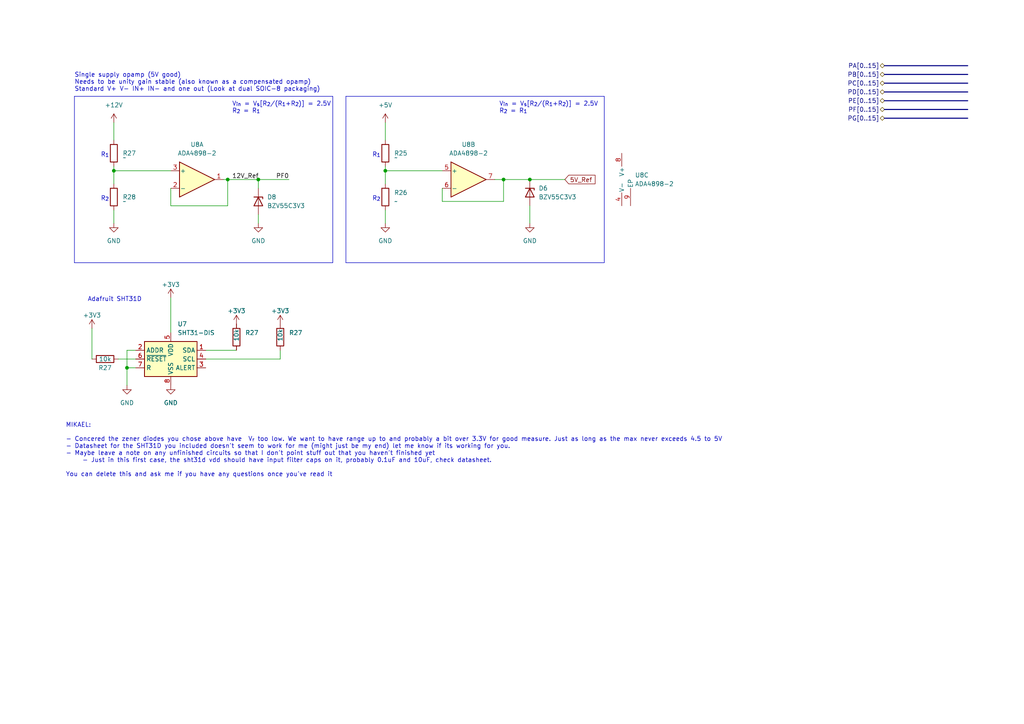
<source format=kicad_sch>
(kicad_sch (version 20230121) (generator eeschema)

  (uuid 3b5281e9-1ad6-4464-9de4-28a9909a1a46)

  (paper "A4")

  (lib_symbols
    (symbol "Amplifier_Operational:ADA4898-2" (pin_names (offset 0.127)) (in_bom yes) (on_board yes)
      (property "Reference" "U" (at 0 5.08 0)
        (effects (font (size 1.27 1.27)) (justify left))
      )
      (property "Value" "ADA4898-2" (at 0 -5.08 0)
        (effects (font (size 1.27 1.27)) (justify left))
      )
      (property "Footprint" "Package_SO:SOIC-8-1EP_3.9x4.9mm_P1.27mm_EP2.41x3.81mm" (at -1.27 -7.62 0)
        (effects (font (size 1.27 1.27)) hide)
      )
      (property "Datasheet" "https://www.analog.com/media/en/technical-documentation/data-sheets/ada4898-1_4898-2.pdf" (at 0 0 0)
        (effects (font (size 1.27 1.27)) hide)
      )
      (property "ki_locked" "" (at 0 0 0)
        (effects (font (size 1.27 1.27)))
      )
      (property "ki_keywords" "opamp dual low noise low distortion" (at 0 0 0)
        (effects (font (size 1.27 1.27)) hide)
      )
      (property "ki_description" "Dual High Voltage, Low Noise, Low Distortion, Unity-Gain Stable, High Speed Op Amp, SOIC-8-1EP" (at 0 0 0)
        (effects (font (size 1.27 1.27)) hide)
      )
      (property "ki_fp_filters" "SOIC*1EP*3.9x4.9mm*P1.27mm*" (at 0 0 0)
        (effects (font (size 1.27 1.27)) hide)
      )
      (symbol "ADA4898-2_1_1"
        (polyline
          (pts
            (xy -5.08 5.08)
            (xy 5.08 0)
            (xy -5.08 -5.08)
            (xy -5.08 5.08)
          )
          (stroke (width 0.254) (type default))
          (fill (type background))
        )
        (pin output line (at 7.62 0 180) (length 2.54)
          (name "~" (effects (font (size 1.27 1.27))))
          (number "1" (effects (font (size 1.27 1.27))))
        )
        (pin input line (at -7.62 -2.54 0) (length 2.54)
          (name "-" (effects (font (size 1.27 1.27))))
          (number "2" (effects (font (size 1.27 1.27))))
        )
        (pin input line (at -7.62 2.54 0) (length 2.54)
          (name "+" (effects (font (size 1.27 1.27))))
          (number "3" (effects (font (size 1.27 1.27))))
        )
      )
      (symbol "ADA4898-2_2_1"
        (polyline
          (pts
            (xy -5.08 5.08)
            (xy 5.08 0)
            (xy -5.08 -5.08)
            (xy -5.08 5.08)
          )
          (stroke (width 0.254) (type default))
          (fill (type background))
        )
        (pin input line (at -7.62 2.54 0) (length 2.54)
          (name "+" (effects (font (size 1.27 1.27))))
          (number "5" (effects (font (size 1.27 1.27))))
        )
        (pin input line (at -7.62 -2.54 0) (length 2.54)
          (name "-" (effects (font (size 1.27 1.27))))
          (number "6" (effects (font (size 1.27 1.27))))
        )
        (pin output line (at 7.62 0 180) (length 2.54)
          (name "~" (effects (font (size 1.27 1.27))))
          (number "7" (effects (font (size 1.27 1.27))))
        )
      )
      (symbol "ADA4898-2_3_1"
        (pin power_in line (at -2.54 -7.62 90) (length 3.81)
          (name "V-" (effects (font (size 1.27 1.27))))
          (number "4" (effects (font (size 1.27 1.27))))
        )
        (pin power_in line (at -2.54 7.62 270) (length 3.81)
          (name "V+" (effects (font (size 1.27 1.27))))
          (number "8" (effects (font (size 1.27 1.27))))
        )
        (pin passive line (at 0 -7.62 90) (length 5.08)
          (name "EP" (effects (font (size 1.27 1.27))))
          (number "9" (effects (font (size 1.27 1.27))))
        )
      )
    )
    (symbol "Device:R" (pin_numbers hide) (pin_names (offset 0)) (in_bom yes) (on_board yes)
      (property "Reference" "R" (at 2.032 0 90)
        (effects (font (size 1.27 1.27)))
      )
      (property "Value" "R" (at 0 0 90)
        (effects (font (size 1.27 1.27)))
      )
      (property "Footprint" "" (at -1.778 0 90)
        (effects (font (size 1.27 1.27)) hide)
      )
      (property "Datasheet" "~" (at 0 0 0)
        (effects (font (size 1.27 1.27)) hide)
      )
      (property "ki_keywords" "R res resistor" (at 0 0 0)
        (effects (font (size 1.27 1.27)) hide)
      )
      (property "ki_description" "Resistor" (at 0 0 0)
        (effects (font (size 1.27 1.27)) hide)
      )
      (property "ki_fp_filters" "R_*" (at 0 0 0)
        (effects (font (size 1.27 1.27)) hide)
      )
      (symbol "R_0_1"
        (rectangle (start -1.016 -2.54) (end 1.016 2.54)
          (stroke (width 0.254) (type default))
          (fill (type none))
        )
      )
      (symbol "R_1_1"
        (pin passive line (at 0 3.81 270) (length 1.27)
          (name "~" (effects (font (size 1.27 1.27))))
          (number "1" (effects (font (size 1.27 1.27))))
        )
        (pin passive line (at 0 -3.81 90) (length 1.27)
          (name "~" (effects (font (size 1.27 1.27))))
          (number "2" (effects (font (size 1.27 1.27))))
        )
      )
    )
    (symbol "Diode:BZV55C3V3" (pin_numbers hide) (pin_names hide) (in_bom yes) (on_board yes)
      (property "Reference" "D" (at 0 2.54 0)
        (effects (font (size 1.27 1.27)))
      )
      (property "Value" "BZV55C3V3" (at 0 -2.54 0)
        (effects (font (size 1.27 1.27)))
      )
      (property "Footprint" "Diode_SMD:D_MiniMELF" (at 0 -4.445 0)
        (effects (font (size 1.27 1.27)) hide)
      )
      (property "Datasheet" "https://assets.nexperia.com/documents/data-sheet/BZV55_SER.pdf" (at 0 0 0)
        (effects (font (size 1.27 1.27)) hide)
      )
      (property "ki_keywords" "zener diode" (at 0 0 0)
        (effects (font (size 1.27 1.27)) hide)
      )
      (property "ki_description" "3.3V, 500mW, 5%, Zener diode, MiniMELF" (at 0 0 0)
        (effects (font (size 1.27 1.27)) hide)
      )
      (property "ki_fp_filters" "D*MiniMELF*" (at 0 0 0)
        (effects (font (size 1.27 1.27)) hide)
      )
      (symbol "BZV55C3V3_0_1"
        (polyline
          (pts
            (xy 1.27 0)
            (xy -1.27 0)
          )
          (stroke (width 0) (type default))
          (fill (type none))
        )
        (polyline
          (pts
            (xy -1.27 -1.27)
            (xy -1.27 1.27)
            (xy -0.762 1.27)
          )
          (stroke (width 0.254) (type default))
          (fill (type none))
        )
        (polyline
          (pts
            (xy 1.27 -1.27)
            (xy 1.27 1.27)
            (xy -1.27 0)
            (xy 1.27 -1.27)
          )
          (stroke (width 0.254) (type default))
          (fill (type none))
        )
      )
      (symbol "BZV55C3V3_1_1"
        (pin passive line (at -3.81 0 0) (length 2.54)
          (name "K" (effects (font (size 1.27 1.27))))
          (number "1" (effects (font (size 1.27 1.27))))
        )
        (pin passive line (at 3.81 0 180) (length 2.54)
          (name "A" (effects (font (size 1.27 1.27))))
          (number "2" (effects (font (size 1.27 1.27))))
        )
      )
    )
    (symbol "Sensor_Humidity:SHT31-DIS" (in_bom yes) (on_board yes)
      (property "Reference" "U" (at -6.35 6.35 0)
        (effects (font (size 1.27 1.27)))
      )
      (property "Value" "SHT31-DIS" (at 6.35 6.35 0)
        (effects (font (size 1.27 1.27)))
      )
      (property "Footprint" "Sensor_Humidity:Sensirion_DFN-8-1EP_2.5x2.5mm_P0.5mm_EP1.1x1.7mm" (at 0 1.27 0)
        (effects (font (size 1.27 1.27)) hide)
      )
      (property "Datasheet" "https://www.sensirion.com/fileadmin/user_upload/customers/sensirion/Dokumente/2_Humidity_Sensors/Datasheets/Sensirion_Humidity_Sensors_SHT3x_Datasheet_digital.pdf" (at 0 1.27 0)
        (effects (font (size 1.27 1.27)) hide)
      )
      (property "ki_keywords" "digital temperature humidity i2c" (at 0 0 0)
        (effects (font (size 1.27 1.27)) hide)
      )
      (property "ki_description" "I²C humidity and temperature sensor, ±2%RH, ±0.2°C, DFN-8" (at 0 0 0)
        (effects (font (size 1.27 1.27)) hide)
      )
      (property "ki_fp_filters" "Sensirion*DFN*1EP*2.5x2.5mm*P0.5mm*" (at 0 0 0)
        (effects (font (size 1.27 1.27)) hide)
      )
      (symbol "SHT31-DIS_0_1"
        (rectangle (start -7.62 5.08) (end 7.62 -5.08)
          (stroke (width 0.254) (type default))
          (fill (type background))
        )
      )
      (symbol "SHT31-DIS_1_1"
        (pin bidirectional line (at 10.16 2.54 180) (length 2.54)
          (name "SDA" (effects (font (size 1.27 1.27))))
          (number "1" (effects (font (size 1.27 1.27))))
        )
        (pin input line (at -10.16 2.54 0) (length 2.54)
          (name "ADDR" (effects (font (size 1.27 1.27))))
          (number "2" (effects (font (size 1.27 1.27))))
        )
        (pin output line (at 10.16 -2.54 180) (length 2.54)
          (name "ALERT" (effects (font (size 1.27 1.27))))
          (number "3" (effects (font (size 1.27 1.27))))
        )
        (pin input line (at 10.16 0 180) (length 2.54)
          (name "SCL" (effects (font (size 1.27 1.27))))
          (number "4" (effects (font (size 1.27 1.27))))
        )
        (pin power_in line (at 0 7.62 270) (length 2.54)
          (name "VDD" (effects (font (size 1.27 1.27))))
          (number "5" (effects (font (size 1.27 1.27))))
        )
        (pin input line (at -10.16 0 0) (length 2.54)
          (name "~{RESET}" (effects (font (size 1.27 1.27))))
          (number "6" (effects (font (size 1.27 1.27))))
        )
        (pin passive line (at -10.16 -2.54 0) (length 2.54)
          (name "R" (effects (font (size 1.27 1.27))))
          (number "7" (effects (font (size 1.27 1.27))))
        )
        (pin power_in line (at 0 -7.62 90) (length 2.54)
          (name "VSS" (effects (font (size 1.27 1.27))))
          (number "8" (effects (font (size 1.27 1.27))))
        )
        (pin passive line (at 0 -7.62 90) (length 2.54) hide
          (name "VSS" (effects (font (size 1.27 1.27))))
          (number "9" (effects (font (size 1.27 1.27))))
        )
      )
    )
    (symbol "power:+12V" (power) (pin_names (offset 0)) (in_bom yes) (on_board yes)
      (property "Reference" "#PWR" (at 0 -3.81 0)
        (effects (font (size 1.27 1.27)) hide)
      )
      (property "Value" "+12V" (at 0 3.556 0)
        (effects (font (size 1.27 1.27)))
      )
      (property "Footprint" "" (at 0 0 0)
        (effects (font (size 1.27 1.27)) hide)
      )
      (property "Datasheet" "" (at 0 0 0)
        (effects (font (size 1.27 1.27)) hide)
      )
      (property "ki_keywords" "global power" (at 0 0 0)
        (effects (font (size 1.27 1.27)) hide)
      )
      (property "ki_description" "Power symbol creates a global label with name \"+12V\"" (at 0 0 0)
        (effects (font (size 1.27 1.27)) hide)
      )
      (symbol "+12V_0_1"
        (polyline
          (pts
            (xy -0.762 1.27)
            (xy 0 2.54)
          )
          (stroke (width 0) (type default))
          (fill (type none))
        )
        (polyline
          (pts
            (xy 0 0)
            (xy 0 2.54)
          )
          (stroke (width 0) (type default))
          (fill (type none))
        )
        (polyline
          (pts
            (xy 0 2.54)
            (xy 0.762 1.27)
          )
          (stroke (width 0) (type default))
          (fill (type none))
        )
      )
      (symbol "+12V_1_1"
        (pin power_in line (at 0 0 90) (length 0) hide
          (name "+12V" (effects (font (size 1.27 1.27))))
          (number "1" (effects (font (size 1.27 1.27))))
        )
      )
    )
    (symbol "power:+3V3" (power) (pin_names (offset 0)) (in_bom yes) (on_board yes)
      (property "Reference" "#PWR" (at 0 -3.81 0)
        (effects (font (size 1.27 1.27)) hide)
      )
      (property "Value" "+3V3" (at 0 3.556 0)
        (effects (font (size 1.27 1.27)))
      )
      (property "Footprint" "" (at 0 0 0)
        (effects (font (size 1.27 1.27)) hide)
      )
      (property "Datasheet" "" (at 0 0 0)
        (effects (font (size 1.27 1.27)) hide)
      )
      (property "ki_keywords" "global power" (at 0 0 0)
        (effects (font (size 1.27 1.27)) hide)
      )
      (property "ki_description" "Power symbol creates a global label with name \"+3V3\"" (at 0 0 0)
        (effects (font (size 1.27 1.27)) hide)
      )
      (symbol "+3V3_0_1"
        (polyline
          (pts
            (xy -0.762 1.27)
            (xy 0 2.54)
          )
          (stroke (width 0) (type default))
          (fill (type none))
        )
        (polyline
          (pts
            (xy 0 0)
            (xy 0 2.54)
          )
          (stroke (width 0) (type default))
          (fill (type none))
        )
        (polyline
          (pts
            (xy 0 2.54)
            (xy 0.762 1.27)
          )
          (stroke (width 0) (type default))
          (fill (type none))
        )
      )
      (symbol "+3V3_1_1"
        (pin power_in line (at 0 0 90) (length 0) hide
          (name "+3V3" (effects (font (size 1.27 1.27))))
          (number "1" (effects (font (size 1.27 1.27))))
        )
      )
    )
    (symbol "power:+5V" (power) (pin_names (offset 0)) (in_bom yes) (on_board yes)
      (property "Reference" "#PWR" (at 0 -3.81 0)
        (effects (font (size 1.27 1.27)) hide)
      )
      (property "Value" "+5V" (at 0 3.556 0)
        (effects (font (size 1.27 1.27)))
      )
      (property "Footprint" "" (at 0 0 0)
        (effects (font (size 1.27 1.27)) hide)
      )
      (property "Datasheet" "" (at 0 0 0)
        (effects (font (size 1.27 1.27)) hide)
      )
      (property "ki_keywords" "global power" (at 0 0 0)
        (effects (font (size 1.27 1.27)) hide)
      )
      (property "ki_description" "Power symbol creates a global label with name \"+5V\"" (at 0 0 0)
        (effects (font (size 1.27 1.27)) hide)
      )
      (symbol "+5V_0_1"
        (polyline
          (pts
            (xy -0.762 1.27)
            (xy 0 2.54)
          )
          (stroke (width 0) (type default))
          (fill (type none))
        )
        (polyline
          (pts
            (xy 0 0)
            (xy 0 2.54)
          )
          (stroke (width 0) (type default))
          (fill (type none))
        )
        (polyline
          (pts
            (xy 0 2.54)
            (xy 0.762 1.27)
          )
          (stroke (width 0) (type default))
          (fill (type none))
        )
      )
      (symbol "+5V_1_1"
        (pin power_in line (at 0 0 90) (length 0) hide
          (name "+5V" (effects (font (size 1.27 1.27))))
          (number "1" (effects (font (size 1.27 1.27))))
        )
      )
    )
    (symbol "power:GND" (power) (pin_names (offset 0)) (in_bom yes) (on_board yes)
      (property "Reference" "#PWR" (at 0 -6.35 0)
        (effects (font (size 1.27 1.27)) hide)
      )
      (property "Value" "GND" (at 0 -3.81 0)
        (effects (font (size 1.27 1.27)))
      )
      (property "Footprint" "" (at 0 0 0)
        (effects (font (size 1.27 1.27)) hide)
      )
      (property "Datasheet" "" (at 0 0 0)
        (effects (font (size 1.27 1.27)) hide)
      )
      (property "ki_keywords" "global power" (at 0 0 0)
        (effects (font (size 1.27 1.27)) hide)
      )
      (property "ki_description" "Power symbol creates a global label with name \"GND\" , ground" (at 0 0 0)
        (effects (font (size 1.27 1.27)) hide)
      )
      (symbol "GND_0_1"
        (polyline
          (pts
            (xy 0 0)
            (xy 0 -1.27)
            (xy 1.27 -1.27)
            (xy 0 -2.54)
            (xy -1.27 -1.27)
            (xy 0 -1.27)
          )
          (stroke (width 0) (type default))
          (fill (type none))
        )
      )
      (symbol "GND_1_1"
        (pin power_in line (at 0 0 270) (length 0) hide
          (name "GND" (effects (font (size 1.27 1.27))))
          (number "1" (effects (font (size 1.27 1.27))))
        )
      )
    )
  )

  (junction (at 74.93 52.07) (diameter 0) (color 0 0 0 0)
    (uuid 0436ed35-789f-43dd-b021-2038c440b1aa)
  )
  (junction (at 146.05 52.07) (diameter 0) (color 0 0 0 0)
    (uuid 19f78f17-e764-4e18-9177-fd5b1daa4c11)
  )
  (junction (at 111.76 49.53) (diameter 0) (color 0 0 0 0)
    (uuid 19f98009-8c41-40de-b8d9-7f71dc91f2a4)
  )
  (junction (at 153.67 52.07) (diameter 0) (color 0 0 0 0)
    (uuid 83ad801a-1b6b-44f3-85fe-5e80cc825d3c)
  )
  (junction (at 33.02 49.53) (diameter 0) (color 0 0 0 0)
    (uuid c61fca75-4870-41ab-b94b-6d959e3aaa13)
  )
  (junction (at 66.04 52.07) (diameter 0) (color 0 0 0 0)
    (uuid cf7b4fc4-e16c-49e6-a18d-edb42e893abf)
  )
  (junction (at 36.83 106.68) (diameter 0) (color 0 0 0 0)
    (uuid dd0b71c3-c927-4729-9982-98b1fa2fe020)
  )

  (polyline (pts (xy 100.33 27.94) (xy 175.26 27.94))
    (stroke (width 0) (type default))
    (uuid 0425d25e-c81b-49f2-ac8a-760cc1da563d)
  )

  (wire (pts (xy 143.51 52.07) (xy 146.05 52.07))
    (stroke (width 0) (type default))
    (uuid 08e1c859-2969-436d-a3fb-8311d6fa64bc)
  )
  (wire (pts (xy 26.67 95.25) (xy 26.67 104.14))
    (stroke (width 0) (type default))
    (uuid 0f8287df-feb2-42e3-86f6-e1bb398fd9fa)
  )
  (bus (pts (xy 256.54 26.67) (xy 280.67 26.67))
    (stroke (width 0) (type default))
    (uuid 11a69f4d-6243-4663-b473-b29ba9156d86)
  )

  (wire (pts (xy 49.53 86.36) (xy 49.53 96.52))
    (stroke (width 0) (type default))
    (uuid 137cc2fb-4fdc-4326-adce-41d4a10cc343)
  )
  (wire (pts (xy 36.83 106.68) (xy 39.37 106.68))
    (stroke (width 0) (type default))
    (uuid 13d084f8-440e-4b20-8325-23fd79a19816)
  )
  (wire (pts (xy 111.76 35.56) (xy 111.76 40.64))
    (stroke (width 0) (type default))
    (uuid 1827da96-eaff-4034-b749-6ad090ad3cd3)
  )
  (bus (pts (xy 256.54 21.59) (xy 280.67 21.59))
    (stroke (width 0) (type default))
    (uuid 202cd116-574a-49ba-9bf3-4bb9db7d348a)
  )

  (wire (pts (xy 153.67 59.69) (xy 153.67 64.77))
    (stroke (width 0) (type default))
    (uuid 21272573-284a-4158-aa3c-db73af8b93c1)
  )
  (wire (pts (xy 59.69 104.14) (xy 81.28 104.14))
    (stroke (width 0) (type default))
    (uuid 24e781bc-d4ca-4e8d-881b-3fe7a569a456)
  )
  (wire (pts (xy 81.28 104.14) (xy 81.28 101.6))
    (stroke (width 0) (type default))
    (uuid 258784f4-d2ef-4c49-b0b3-3a9e6ef19e76)
  )
  (bus (pts (xy 256.54 24.13) (xy 280.67 24.13))
    (stroke (width 0) (type default))
    (uuid 2e5807db-5e7f-4fee-9b6b-59e9b7bd19e3)
  )

  (wire (pts (xy 74.93 54.61) (xy 74.93 52.07))
    (stroke (width 0) (type default))
    (uuid 30ffcfd2-2090-4d2e-bcfe-61061e9c7907)
  )
  (wire (pts (xy 66.04 59.69) (xy 66.04 52.07))
    (stroke (width 0) (type default))
    (uuid 3978314d-b772-4006-ad7e-3b6e4210a147)
  )
  (polyline (pts (xy 21.59 27.94) (xy 96.52 27.94))
    (stroke (width 0) (type default))
    (uuid 413d8a54-03bf-44e9-a555-828f03bb187e)
  )

  (wire (pts (xy 128.27 58.42) (xy 146.05 58.42))
    (stroke (width 0) (type default))
    (uuid 496327b1-ffb5-4b3e-84a1-14f4397c0e1e)
  )
  (wire (pts (xy 33.02 60.96) (xy 33.02 64.77))
    (stroke (width 0) (type default))
    (uuid 4c8ac664-c325-47da-b97d-8237939dcc27)
  )
  (wire (pts (xy 111.76 48.26) (xy 111.76 49.53))
    (stroke (width 0) (type default))
    (uuid 501df63a-d77c-4317-a451-2dd159e281c4)
  )
  (wire (pts (xy 49.53 59.69) (xy 66.04 59.69))
    (stroke (width 0) (type default))
    (uuid 51eac082-64a1-4ad6-bd79-5e22600d5b7f)
  )
  (wire (pts (xy 33.02 49.53) (xy 49.53 49.53))
    (stroke (width 0) (type default))
    (uuid 52744dbf-7bc1-4bf8-82d2-6d5d136ae60f)
  )
  (wire (pts (xy 146.05 52.07) (xy 153.67 52.07))
    (stroke (width 0) (type default))
    (uuid 5cc89201-7989-4076-89d4-634aee2d3919)
  )
  (wire (pts (xy 66.04 52.07) (xy 74.93 52.07))
    (stroke (width 0) (type default))
    (uuid 5ceced56-f1cc-497c-b8cb-681f4941b59a)
  )
  (polyline (pts (xy 175.26 76.2) (xy 175.26 27.94))
    (stroke (width 0) (type default))
    (uuid 68db905f-a878-4fd1-93cf-76b8f809e7bb)
  )

  (wire (pts (xy 128.27 54.61) (xy 128.27 58.42))
    (stroke (width 0) (type default))
    (uuid 69695a4d-9a62-4d35-b619-698a89522b90)
  )
  (bus (pts (xy 256.54 29.21) (xy 280.67 29.21))
    (stroke (width 0) (type default))
    (uuid 73edf8e2-0b74-48bb-afd3-12e18f68827b)
  )

  (wire (pts (xy 111.76 49.53) (xy 128.27 49.53))
    (stroke (width 0) (type default))
    (uuid 7a3162c5-2596-4379-9c96-7aebd46a0796)
  )
  (wire (pts (xy 34.29 104.14) (xy 39.37 104.14))
    (stroke (width 0) (type default))
    (uuid 851a7f04-c334-4fd0-af56-07307bf078ba)
  )
  (polyline (pts (xy 96.52 76.2) (xy 96.52 27.94))
    (stroke (width 0) (type default))
    (uuid 8ad2781b-6bce-47bf-a090-d7476389c2b6)
  )

  (bus (pts (xy 256.54 31.75) (xy 280.67 31.75))
    (stroke (width 0) (type default))
    (uuid 967eb2d2-afb8-4172-b448-a5111121c387)
  )
  (bus (pts (xy 256.54 19.05) (xy 280.67 19.05))
    (stroke (width 0) (type default))
    (uuid 9816f13b-a834-4bd7-9210-996508a3548e)
  )

  (wire (pts (xy 36.83 101.6) (xy 36.83 106.68))
    (stroke (width 0) (type default))
    (uuid a4af0d42-e3d8-4f0c-aff7-33d9c35521b3)
  )
  (wire (pts (xy 111.76 60.96) (xy 111.76 64.77))
    (stroke (width 0) (type default))
    (uuid a5d0ed5e-c819-48a3-a5e8-210ff3117e58)
  )
  (wire (pts (xy 49.53 54.61) (xy 49.53 59.69))
    (stroke (width 0) (type default))
    (uuid ade9a022-75ba-4df2-80bf-531ea5974088)
  )
  (wire (pts (xy 33.02 48.26) (xy 33.02 49.53))
    (stroke (width 0) (type default))
    (uuid b0c0842b-9ec6-423d-b574-7e68f1137fd5)
  )
  (wire (pts (xy 59.69 101.6) (xy 68.58 101.6))
    (stroke (width 0) (type default))
    (uuid b271db76-47ec-4858-8526-e5a96a4ea6f0)
  )
  (polyline (pts (xy 100.33 76.2) (xy 175.26 76.2))
    (stroke (width 0) (type default))
    (uuid b40bea11-6c2d-4c12-a9f8-a419e68bbe3a)
  )
  (polyline (pts (xy 21.59 76.2) (xy 96.52 76.2))
    (stroke (width 0) (type default))
    (uuid b4218fd4-1160-45e9-b94d-739ac987454f)
  )

  (wire (pts (xy 146.05 58.42) (xy 146.05 52.07))
    (stroke (width 0) (type default))
    (uuid bd0ce565-6423-4e4c-8c22-0921b968c2a7)
  )
  (polyline (pts (xy 100.33 27.94) (xy 100.33 76.2))
    (stroke (width 0) (type default))
    (uuid bf6e4b4c-27a4-4188-b79e-2ec12cd60de0)
  )

  (wire (pts (xy 33.02 35.56) (xy 33.02 40.64))
    (stroke (width 0) (type default))
    (uuid c0dae549-ab60-4ce8-97b5-1c0a6b187601)
  )
  (wire (pts (xy 153.67 52.07) (xy 163.83 52.07))
    (stroke (width 0) (type default))
    (uuid ce362a16-a67d-4375-a1fc-622b419b6a6b)
  )
  (bus (pts (xy 256.54 34.29) (xy 280.67 34.29))
    (stroke (width 0) (type default))
    (uuid cf08e352-e004-4586-9b42-508593e190e6)
  )

  (wire (pts (xy 111.76 49.53) (xy 111.76 53.34))
    (stroke (width 0) (type default))
    (uuid d2380e6c-6301-478a-ab2b-fdc6f33fa5ae)
  )
  (wire (pts (xy 36.83 111.76) (xy 36.83 106.68))
    (stroke (width 0) (type default))
    (uuid d986613b-78d0-497d-9311-bf78f2e83dc9)
  )
  (wire (pts (xy 74.93 62.23) (xy 74.93 64.77))
    (stroke (width 0) (type default))
    (uuid dab87248-edf6-4eac-b937-7b3ea30089ba)
  )
  (polyline (pts (xy 21.59 27.94) (xy 21.59 76.2))
    (stroke (width 0) (type default))
    (uuid e5573ebf-5291-4812-8be3-6097cacddb46)
  )

  (wire (pts (xy 74.93 52.07) (xy 83.82 52.07))
    (stroke (width 0) (type default))
    (uuid ea7dc4aa-c0b5-44c8-a424-33f278b1caaf)
  )
  (wire (pts (xy 33.02 49.53) (xy 33.02 53.34))
    (stroke (width 0) (type default))
    (uuid f34598b3-873d-41c6-b46f-9f18b3c2b188)
  )
  (wire (pts (xy 64.77 52.07) (xy 66.04 52.07))
    (stroke (width 0) (type default))
    (uuid f60d2aca-9229-4acf-9eb2-03b35a09c001)
  )
  (wire (pts (xy 39.37 101.6) (xy 36.83 101.6))
    (stroke (width 0) (type default))
    (uuid fad49391-7f13-4825-92bf-c9fe0d501689)
  )

  (text "V_{in} = V_{s}[R_{2}/(R_{1}+R_{2})] = 2.5V\nR_{2} = R_{1}"
    (at 67.31 33.02 0)
    (effects (font (size 1.27 1.27)) (justify left bottom))
    (uuid 0adc9fd6-8393-411b-84b9-1aa675470b07)
  )
  (text "R_{1}" (at 29.21 45.72 0)
    (effects (font (size 1.27 1.27)) (justify left bottom))
    (uuid 0f7e2fd1-9787-45c7-80ae-9d9c008198aa)
  )
  (text "Adafruit SHT31D" (at 25.4 87.63 0)
    (effects (font (size 1.27 1.27)) (justify left bottom))
    (uuid 13cbe462-f1f1-4e10-bd5d-2c3354bd2efb)
  )
  (text "R_{1}" (at 107.95 45.72 0)
    (effects (font (size 1.27 1.27)) (justify left bottom))
    (uuid 20ee64d4-2bae-4671-a2cc-561e29045a4a)
  )
  (text "R_{2}" (at 29.21 58.42 0)
    (effects (font (size 1.27 1.27)) (justify left bottom))
    (uuid 5370952b-1918-4bdd-aac2-c1e1746f3e38)
  )
  (text "Single supply opamp (5V good)\nNeeds to be unity gain stable (also known as a compensated opamp)\nStandard V+ V- IN+ IN- and one out (Look at dual SOIC-8 packaging)"
    (at 21.59 26.67 0)
    (effects (font (size 1.27 1.27)) (justify left bottom))
    (uuid 5e22d97a-77a5-4364-a19c-771995b5e322)
  )
  (text "R_{2}" (at 107.95 58.42 0)
    (effects (font (size 1.27 1.27)) (justify left bottom))
    (uuid 7eb87145-4b7a-4c8c-a262-638f20af84ca)
  )
  (text "MIKAEL:\n\n- Concered the zener diodes you chose above have  V_{r} too low. We want to have range up to and probably a bit over 3.3V for good measure. Just as long as the max never exceeds 4.5 to 5V\n- Datasheet for the SHT31D you included doesn't seem to work for me (might just be my end) let me know if its working for you.\n- Maybe leave a note on any unfinished circuits so that I don't point stuff out that you haven't finished yet\n	- Just in this first case, the sht31d vdd should have input filter caps on it, probably 0.1uF and 10uF, check datasheet.\n\nYou can delete this and ask me if you have any questions once you've read it"
    (at 19.05 138.43 0)
    (effects (font (size 1.27 1.27)) (justify left bottom))
    (uuid 8e3cfe6e-c84c-4344-9e34-476cea8ee04a)
  )
  (text "V_{in} = V_{s}[R_{2}/(R_{1}+R_{2})] = 2.5V\nR_{2} = R_{1}"
    (at 144.78 33.02 0)
    (effects (font (size 1.27 1.27)) (justify left bottom))
    (uuid 92b2491d-b27d-4053-84d5-5e05d194dfe7)
  )

  (label "PF0" (at 83.82 52.07 180) (fields_autoplaced)
    (effects (font (size 1.27 1.27)) (justify right bottom))
    (uuid b7dfd443-44de-46d0-a504-48997de49e5f)
  )
  (label "12V_Ref" (at 67.31 52.07 0) (fields_autoplaced)
    (effects (font (size 1.27 1.27)) (justify left bottom))
    (uuid bdb5a1a7-9036-4394-9a7e-3bda74bd966e)
  )

  (global_label "5V_Ref" (shape input) (at 163.83 52.07 0) (fields_autoplaced)
    (effects (font (size 1.27 1.27)) (justify left))
    (uuid f11cda2b-063b-4a17-8203-cdb0d64da314)
    (property "Intersheetrefs" "${INTERSHEET_REFS}" (at 173.0858 52.07 0)
      (effects (font (size 1.27 1.27)) (justify left) hide)
    )
  )

  (hierarchical_label "PA[0..15]" (shape bidirectional) (at 256.54 19.05 180) (fields_autoplaced)
    (effects (font (size 1.27 1.27)) (justify right))
    (uuid 2092da74-45cc-4fd1-8265-3daa07de3793)
  )
  (hierarchical_label "PB[0..15]" (shape bidirectional) (at 256.54 21.59 180) (fields_autoplaced)
    (effects (font (size 1.27 1.27)) (justify right))
    (uuid 5520b7aa-829d-4927-8ccf-46f3fb89ce16)
  )
  (hierarchical_label "PG[0..15]" (shape bidirectional) (at 256.54 34.29 180) (fields_autoplaced)
    (effects (font (size 1.27 1.27)) (justify right))
    (uuid 6faf70e4-8e73-4748-a918-e4c802c8f0d3)
  )
  (hierarchical_label "PE[0..15]" (shape bidirectional) (at 256.54 29.21 180) (fields_autoplaced)
    (effects (font (size 1.27 1.27)) (justify right))
    (uuid a65fc483-3810-4265-b2f7-af3c544d4947)
  )
  (hierarchical_label "PF[0..15]" (shape bidirectional) (at 256.54 31.75 180) (fields_autoplaced)
    (effects (font (size 1.27 1.27)) (justify right))
    (uuid ab04c443-96db-421f-ae10-206b67448714)
  )
  (hierarchical_label "PD[0..15]" (shape bidirectional) (at 256.54 26.67 180) (fields_autoplaced)
    (effects (font (size 1.27 1.27)) (justify right))
    (uuid ce0e136c-7b4e-4970-bb2c-9798307686b8)
  )
  (hierarchical_label "PC[0..15]" (shape bidirectional) (at 256.54 24.13 180) (fields_autoplaced)
    (effects (font (size 1.27 1.27)) (justify right))
    (uuid ec16c2c9-4656-422c-b542-7b2417d74b84)
  )

  (symbol (lib_id "power:+3V3") (at 81.28 93.98 0) (unit 1)
    (in_bom yes) (on_board yes) (dnp no) (fields_autoplaced)
    (uuid 02af7131-31e4-4351-b4bd-c2bc048028f1)
    (property "Reference" "#PWR052" (at 81.28 97.79 0)
      (effects (font (size 1.27 1.27)) hide)
    )
    (property "Value" "+3V3" (at 81.28 90.17 0)
      (effects (font (size 1.27 1.27)))
    )
    (property "Footprint" "" (at 81.28 93.98 0)
      (effects (font (size 1.27 1.27)) hide)
    )
    (property "Datasheet" "" (at 81.28 93.98 0)
      (effects (font (size 1.27 1.27)) hide)
    )
    (pin "1" (uuid f2aa21a5-1f76-4167-b68e-e00347fca481))
    (instances
      (project "Fuel_Cell_Controller_Prototype"
        (path "/f651cec9-411c-4a4e-a163-5c49adbe6a12"
          (reference "#PWR052") (unit 1)
        )
        (path "/f651cec9-411c-4a4e-a163-5c49adbe6a12/26245637-81d1-4f60-832a-3f71fed7a491"
          (reference "#PWR058") (unit 1)
        )
      )
    )
  )

  (symbol (lib_id "power:+3V3") (at 49.53 86.36 0) (unit 1)
    (in_bom yes) (on_board yes) (dnp no) (fields_autoplaced)
    (uuid 07188541-dc5b-4d91-b714-52918f5d271b)
    (property "Reference" "#PWR052" (at 49.53 90.17 0)
      (effects (font (size 1.27 1.27)) hide)
    )
    (property "Value" "+3V3" (at 49.53 82.55 0)
      (effects (font (size 1.27 1.27)))
    )
    (property "Footprint" "" (at 49.53 86.36 0)
      (effects (font (size 1.27 1.27)) hide)
    )
    (property "Datasheet" "" (at 49.53 86.36 0)
      (effects (font (size 1.27 1.27)) hide)
    )
    (pin "1" (uuid 06f0796b-9853-4969-acc5-c355583356d4))
    (instances
      (project "Fuel_Cell_Controller_Prototype"
        (path "/f651cec9-411c-4a4e-a163-5c49adbe6a12"
          (reference "#PWR052") (unit 1)
        )
        (path "/f651cec9-411c-4a4e-a163-5c49adbe6a12/26245637-81d1-4f60-832a-3f71fed7a491"
          (reference "#PWR054") (unit 1)
        )
      )
    )
  )

  (symbol (lib_id "power:GND") (at 74.93 64.77 0) (unit 1)
    (in_bom yes) (on_board yes) (dnp no) (fields_autoplaced)
    (uuid 11708fc6-f393-4aea-a989-37b3cb69de0c)
    (property "Reference" "#PWR041" (at 74.93 71.12 0)
      (effects (font (size 1.27 1.27)) hide)
    )
    (property "Value" "GND" (at 74.93 69.85 0)
      (effects (font (size 1.27 1.27)))
    )
    (property "Footprint" "" (at 74.93 64.77 0)
      (effects (font (size 1.27 1.27)) hide)
    )
    (property "Datasheet" "" (at 74.93 64.77 0)
      (effects (font (size 1.27 1.27)) hide)
    )
    (pin "1" (uuid 75f4c016-1434-4e37-9891-c11dff06dba1))
    (instances
      (project "Fuel_Cell_Controller_Prototype"
        (path "/f651cec9-411c-4a4e-a163-5c49adbe6a12"
          (reference "#PWR041") (unit 1)
        )
        (path "/f651cec9-411c-4a4e-a163-5c49adbe6a12/26245637-81d1-4f60-832a-3f71fed7a491"
          (reference "#PWR057") (unit 1)
        )
      )
    )
  )

  (symbol (lib_id "Amplifier_Operational:ADA4898-2") (at 135.89 52.07 0) (unit 2)
    (in_bom yes) (on_board yes) (dnp no) (fields_autoplaced)
    (uuid 1495852d-0cd4-43cc-a418-54caeb517e18)
    (property "Reference" "U8" (at 135.89 41.91 0)
      (effects (font (size 1.27 1.27)))
    )
    (property "Value" "ADA4898-2" (at 135.89 44.45 0)
      (effects (font (size 1.27 1.27)))
    )
    (property "Footprint" "Package_SO:SOIC-8-1EP_3.9x4.9mm_P1.27mm_EP2.41x3.81mm" (at 134.62 59.69 0)
      (effects (font (size 1.27 1.27)) hide)
    )
    (property "Datasheet" "https://www.analog.com/media/en/technical-documentation/data-sheets/ada4898-1_4898-2.pdf" (at 135.89 52.07 0)
      (effects (font (size 1.27 1.27)) hide)
    )
    (pin "1" (uuid d119d2d8-5406-4007-b316-cd5929c30f3b))
    (pin "2" (uuid 97d5aa6d-8c15-4008-8607-e450acfcfc92))
    (pin "3" (uuid 3381a91a-831c-46b7-b95e-9f1fefbe1c69))
    (pin "5" (uuid 5fd15f1a-c973-4a7c-9254-edb564a8f45c))
    (pin "6" (uuid 2ef0f912-f0e2-4fe1-94c9-3b4715b08ac3))
    (pin "7" (uuid 98d98508-0185-4b22-ac26-949a5b65abe0))
    (pin "4" (uuid 770b98b9-7243-4fbc-a63e-103da0a95b52))
    (pin "8" (uuid d1f71559-377b-41ed-8b5a-007b270857bd))
    (pin "9" (uuid d5674f9c-2d02-473b-8aef-07d821a508af))
    (instances
      (project "Fuel_Cell_Controller_Prototype"
        (path "/f651cec9-411c-4a4e-a163-5c49adbe6a12/26245637-81d1-4f60-832a-3f71fed7a491"
          (reference "U8") (unit 2)
        )
      )
    )
  )

  (symbol (lib_id "Device:R") (at 30.48 104.14 270) (unit 1)
    (in_bom yes) (on_board yes) (dnp no)
    (uuid 19732cc2-f8b5-4026-941b-682046c2eed9)
    (property "Reference" "R27" (at 30.48 106.68 90)
      (effects (font (size 1.27 1.27)))
    )
    (property "Value" "10k" (at 30.48 104.14 90)
      (effects (font (size 1.27 1.27)))
    )
    (property "Footprint" "" (at 30.48 102.362 90)
      (effects (font (size 1.27 1.27)) hide)
    )
    (property "Datasheet" "~" (at 30.48 104.14 0)
      (effects (font (size 1.27 1.27)) hide)
    )
    (pin "1" (uuid 9a2b9680-1157-4816-933e-ab9b9fc25223))
    (pin "2" (uuid 4e07d441-ca8d-4901-8f99-c2d13fa5bfed))
    (instances
      (project "Fuel_Cell_Controller_Prototype"
        (path "/f651cec9-411c-4a4e-a163-5c49adbe6a12"
          (reference "R27") (unit 1)
        )
        (path "/f651cec9-411c-4a4e-a163-5c49adbe6a12/26245637-81d1-4f60-832a-3f71fed7a491"
          (reference "R28") (unit 1)
        )
      )
    )
  )

  (symbol (lib_id "Device:R") (at 111.76 44.45 0) (unit 1)
    (in_bom yes) (on_board yes) (dnp no) (fields_autoplaced)
    (uuid 1c31f4c4-8b39-4213-8d27-94ba61b16973)
    (property "Reference" "R25" (at 114.3 44.45 0)
      (effects (font (size 1.27 1.27)) (justify left))
    )
    (property "Value" "~" (at 114.3 45.72 0)
      (effects (font (size 1.27 1.27)) (justify left))
    )
    (property "Footprint" "" (at 109.982 44.45 90)
      (effects (font (size 1.27 1.27)) hide)
    )
    (property "Datasheet" "~" (at 111.76 44.45 0)
      (effects (font (size 1.27 1.27)) hide)
    )
    (pin "1" (uuid 2128c188-bc98-4d6e-8c48-847c5e29b624))
    (pin "2" (uuid dfb4ae6d-09e9-4351-8366-eb270968d45b))
    (instances
      (project "Fuel_Cell_Controller_Prototype"
        (path "/f651cec9-411c-4a4e-a163-5c49adbe6a12"
          (reference "R25") (unit 1)
        )
        (path "/f651cec9-411c-4a4e-a163-5c49adbe6a12/26245637-81d1-4f60-832a-3f71fed7a491"
          (reference "R33") (unit 1)
        )
      )
    )
  )

  (symbol (lib_id "power:+12V") (at 33.02 35.56 0) (unit 1)
    (in_bom yes) (on_board yes) (dnp no) (fields_autoplaced)
    (uuid 55682be8-8b0f-4745-9284-cc20fc8c2bf3)
    (property "Reference" "#PWR043" (at 33.02 39.37 0)
      (effects (font (size 1.27 1.27)) hide)
    )
    (property "Value" "+12V" (at 33.02 30.48 0)
      (effects (font (size 1.27 1.27)))
    )
    (property "Footprint" "" (at 33.02 35.56 0)
      (effects (font (size 1.27 1.27)) hide)
    )
    (property "Datasheet" "" (at 33.02 35.56 0)
      (effects (font (size 1.27 1.27)) hide)
    )
    (pin "1" (uuid 44a2411c-5c99-4208-aab5-b0e3a6f6ee56))
    (instances
      (project "Fuel_Cell_Controller_Prototype"
        (path "/f651cec9-411c-4a4e-a163-5c49adbe6a12"
          (reference "#PWR043") (unit 1)
        )
        (path "/f651cec9-411c-4a4e-a163-5c49adbe6a12/26245637-81d1-4f60-832a-3f71fed7a491"
          (reference "#PWR051") (unit 1)
        )
      )
    )
  )

  (symbol (lib_id "power:GND") (at 49.53 111.76 0) (unit 1)
    (in_bom yes) (on_board yes) (dnp no) (fields_autoplaced)
    (uuid 5aaf01c3-9e0a-4181-9a7c-db6a926bb2d7)
    (property "Reference" "#PWR055" (at 49.53 118.11 0)
      (effects (font (size 1.27 1.27)) hide)
    )
    (property "Value" "GND" (at 49.53 116.84 0)
      (effects (font (size 1.27 1.27)))
    )
    (property "Footprint" "" (at 49.53 111.76 0)
      (effects (font (size 1.27 1.27)) hide)
    )
    (property "Datasheet" "" (at 49.53 111.76 0)
      (effects (font (size 1.27 1.27)) hide)
    )
    (pin "1" (uuid f8cb91f8-94b9-43be-b9b4-adbb3c99567f))
    (instances
      (project "Fuel_Cell_Controller_Prototype"
        (path "/f651cec9-411c-4a4e-a163-5c49adbe6a12/26245637-81d1-4f60-832a-3f71fed7a491"
          (reference "#PWR055") (unit 1)
        )
      )
    )
  )

  (symbol (lib_id "Amplifier_Operational:ADA4898-2") (at 182.88 52.07 0) (unit 3)
    (in_bom yes) (on_board yes) (dnp no) (fields_autoplaced)
    (uuid 5dbb794b-97e0-4c13-8fa0-d7c989fb1512)
    (property "Reference" "U8" (at 184.15 50.8 0)
      (effects (font (size 1.27 1.27)) (justify left))
    )
    (property "Value" "ADA4898-2" (at 184.15 53.34 0)
      (effects (font (size 1.27 1.27)) (justify left))
    )
    (property "Footprint" "Package_SO:SOIC-8-1EP_3.9x4.9mm_P1.27mm_EP2.41x3.81mm" (at 181.61 59.69 0)
      (effects (font (size 1.27 1.27)) hide)
    )
    (property "Datasheet" "https://www.analog.com/media/en/technical-documentation/data-sheets/ada4898-1_4898-2.pdf" (at 182.88 52.07 0)
      (effects (font (size 1.27 1.27)) hide)
    )
    (pin "1" (uuid 2a3ebd19-d7d5-4d5c-ad9f-484eee7ebb12))
    (pin "2" (uuid 2dd1a6a2-de04-423a-8059-10f911752db1))
    (pin "3" (uuid bc63eb02-bad3-476e-9a6b-e81ee6651029))
    (pin "5" (uuid 264dc08b-5162-4a0e-b4eb-3a450d653c8a))
    (pin "6" (uuid 247e0511-9388-4a1f-ad19-4d994927a972))
    (pin "7" (uuid 756bc3bf-5b91-47e2-84b8-233161751f4c))
    (pin "4" (uuid 27b2aca0-6d0c-4113-8a11-0d5f1ee1f1ff))
    (pin "8" (uuid 32449fd8-9ded-4a29-82f6-f4a727c3fc92))
    (pin "9" (uuid 52bccf10-ca1b-43da-8d83-4652c622980b))
    (instances
      (project "Fuel_Cell_Controller_Prototype"
        (path "/f651cec9-411c-4a4e-a163-5c49adbe6a12/26245637-81d1-4f60-832a-3f71fed7a491"
          (reference "U8") (unit 3)
        )
      )
    )
  )

  (symbol (lib_id "Device:R") (at 33.02 44.45 0) (unit 1)
    (in_bom yes) (on_board yes) (dnp no) (fields_autoplaced)
    (uuid 6271fb89-c746-4c4a-a09d-765fae4d0e1e)
    (property "Reference" "R27" (at 35.56 44.45 0)
      (effects (font (size 1.27 1.27)) (justify left))
    )
    (property "Value" "~" (at 35.56 45.72 0)
      (effects (font (size 1.27 1.27)) (justify left))
    )
    (property "Footprint" "" (at 31.242 44.45 90)
      (effects (font (size 1.27 1.27)) hide)
    )
    (property "Datasheet" "~" (at 33.02 44.45 0)
      (effects (font (size 1.27 1.27)) hide)
    )
    (pin "1" (uuid dbb22239-accc-4e25-8f41-a21e7a179697))
    (pin "2" (uuid 127f76fd-3167-4047-9b28-ee96d8122bfa))
    (instances
      (project "Fuel_Cell_Controller_Prototype"
        (path "/f651cec9-411c-4a4e-a163-5c49adbe6a12"
          (reference "R27") (unit 1)
        )
        (path "/f651cec9-411c-4a4e-a163-5c49adbe6a12/26245637-81d1-4f60-832a-3f71fed7a491"
          (reference "R29") (unit 1)
        )
      )
    )
  )

  (symbol (lib_id "power:+5V") (at 111.76 35.56 0) (unit 1)
    (in_bom yes) (on_board yes) (dnp no) (fields_autoplaced)
    (uuid 64283b28-eba1-440d-8fc6-7734a116b5d6)
    (property "Reference" "#PWR045" (at 111.76 39.37 0)
      (effects (font (size 1.27 1.27)) hide)
    )
    (property "Value" "+5V" (at 111.76 30.48 0)
      (effects (font (size 1.27 1.27)))
    )
    (property "Footprint" "" (at 111.76 35.56 0)
      (effects (font (size 1.27 1.27)) hide)
    )
    (property "Datasheet" "" (at 111.76 35.56 0)
      (effects (font (size 1.27 1.27)) hide)
    )
    (pin "1" (uuid 075b52a2-5020-47a6-a9aa-3df5c5ee5fd0))
    (instances
      (project "Fuel_Cell_Controller_Prototype"
        (path "/f651cec9-411c-4a4e-a163-5c49adbe6a12"
          (reference "#PWR045") (unit 1)
        )
        (path "/f651cec9-411c-4a4e-a163-5c49adbe6a12/26245637-81d1-4f60-832a-3f71fed7a491"
          (reference "#PWR059") (unit 1)
        )
      )
    )
  )

  (symbol (lib_id "power:+3V3") (at 68.58 93.98 0) (unit 1)
    (in_bom yes) (on_board yes) (dnp no) (fields_autoplaced)
    (uuid 64bb1379-bcce-4b67-b1b6-67e0cc617376)
    (property "Reference" "#PWR052" (at 68.58 97.79 0)
      (effects (font (size 1.27 1.27)) hide)
    )
    (property "Value" "+3V3" (at 68.58 90.17 0)
      (effects (font (size 1.27 1.27)))
    )
    (property "Footprint" "" (at 68.58 93.98 0)
      (effects (font (size 1.27 1.27)) hide)
    )
    (property "Datasheet" "" (at 68.58 93.98 0)
      (effects (font (size 1.27 1.27)) hide)
    )
    (pin "1" (uuid 37bf005e-4771-4260-b7f3-cc39466948b2))
    (instances
      (project "Fuel_Cell_Controller_Prototype"
        (path "/f651cec9-411c-4a4e-a163-5c49adbe6a12"
          (reference "#PWR052") (unit 1)
        )
        (path "/f651cec9-411c-4a4e-a163-5c49adbe6a12/26245637-81d1-4f60-832a-3f71fed7a491"
          (reference "#PWR056") (unit 1)
        )
      )
    )
  )

  (symbol (lib_id "Device:R") (at 68.58 97.79 0) (unit 1)
    (in_bom yes) (on_board yes) (dnp no)
    (uuid 6b34a072-7940-4a54-b12a-7088c3c77ecd)
    (property "Reference" "R27" (at 71.12 96.52 0)
      (effects (font (size 1.27 1.27)) (justify left))
    )
    (property "Value" "10k" (at 68.58 99.06 90)
      (effects (font (size 1.27 1.27)) (justify left))
    )
    (property "Footprint" "" (at 66.802 97.79 90)
      (effects (font (size 1.27 1.27)) hide)
    )
    (property "Datasheet" "~" (at 68.58 97.79 0)
      (effects (font (size 1.27 1.27)) hide)
    )
    (pin "1" (uuid e5c9b951-4fff-4abc-9f58-640f10d7e7dc))
    (pin "2" (uuid 7164cac9-bbb2-4ac9-b256-0fd770ba4996))
    (instances
      (project "Fuel_Cell_Controller_Prototype"
        (path "/f651cec9-411c-4a4e-a163-5c49adbe6a12"
          (reference "R27") (unit 1)
        )
        (path "/f651cec9-411c-4a4e-a163-5c49adbe6a12/26245637-81d1-4f60-832a-3f71fed7a491"
          (reference "R31") (unit 1)
        )
      )
    )
  )

  (symbol (lib_id "Device:R") (at 111.76 57.15 0) (unit 1)
    (in_bom yes) (on_board yes) (dnp no) (fields_autoplaced)
    (uuid 6cea63b3-7652-4d07-9775-0e909c73653a)
    (property "Reference" "R26" (at 114.3 55.88 0)
      (effects (font (size 1.27 1.27)) (justify left))
    )
    (property "Value" "~" (at 114.3 58.42 0)
      (effects (font (size 1.27 1.27)) (justify left))
    )
    (property "Footprint" "" (at 109.982 57.15 90)
      (effects (font (size 1.27 1.27)) hide)
    )
    (property "Datasheet" "~" (at 111.76 57.15 0)
      (effects (font (size 1.27 1.27)) hide)
    )
    (pin "1" (uuid e65ad046-4459-4818-a571-48be8de4e767))
    (pin "2" (uuid 1d6f7d86-a181-45e3-8135-76f51871dca5))
    (instances
      (project "Fuel_Cell_Controller_Prototype"
        (path "/f651cec9-411c-4a4e-a163-5c49adbe6a12"
          (reference "R26") (unit 1)
        )
        (path "/f651cec9-411c-4a4e-a163-5c49adbe6a12/26245637-81d1-4f60-832a-3f71fed7a491"
          (reference "R34") (unit 1)
        )
      )
    )
  )

  (symbol (lib_id "power:GND") (at 111.76 64.77 0) (unit 1)
    (in_bom yes) (on_board yes) (dnp no) (fields_autoplaced)
    (uuid 81162a82-e14a-4518-9ab3-fe1b1251e21f)
    (property "Reference" "#PWR042" (at 111.76 71.12 0)
      (effects (font (size 1.27 1.27)) hide)
    )
    (property "Value" "GND" (at 111.76 69.85 0)
      (effects (font (size 1.27 1.27)))
    )
    (property "Footprint" "" (at 111.76 64.77 0)
      (effects (font (size 1.27 1.27)) hide)
    )
    (property "Datasheet" "" (at 111.76 64.77 0)
      (effects (font (size 1.27 1.27)) hide)
    )
    (pin "1" (uuid 981eb9e9-5237-4c18-976b-ca31d704b686))
    (instances
      (project "Fuel_Cell_Controller_Prototype"
        (path "/f651cec9-411c-4a4e-a163-5c49adbe6a12"
          (reference "#PWR042") (unit 1)
        )
        (path "/f651cec9-411c-4a4e-a163-5c49adbe6a12/26245637-81d1-4f60-832a-3f71fed7a491"
          (reference "#PWR060") (unit 1)
        )
      )
    )
  )

  (symbol (lib_id "Sensor_Humidity:SHT31-DIS") (at 49.53 104.14 0) (unit 1)
    (in_bom yes) (on_board yes) (dnp no) (fields_autoplaced)
    (uuid a57a4f1c-c3b4-473d-976c-b3b20abe638e)
    (property "Reference" "U7" (at 51.4859 93.98 0)
      (effects (font (size 1.27 1.27)) (justify left))
    )
    (property "Value" "SHT31-DIS" (at 51.4859 96.52 0)
      (effects (font (size 1.27 1.27)) (justify left))
    )
    (property "Footprint" "Sensor_Humidity:Sensirion_DFN-8-1EP_2.5x2.5mm_P0.5mm_EP1.1x1.7mm" (at 49.53 102.87 0)
      (effects (font (size 1.27 1.27)) hide)
    )
    (property "Datasheet" "https://www.sensirion.com/fileadmin/user_upload/customers/sensirion/Dokumente/2_Humidity_Sensors/Datasheets/Sensirion_Humidity_Sensors_SHT3x_Datasheet_digital.pdf" (at 49.53 102.87 0)
      (effects (font (size 1.27 1.27)) hide)
    )
    (pin "1" (uuid 78a7fb57-0510-44b5-9773-5f9b2793a007))
    (pin "2" (uuid 7d1f4694-cafc-41eb-8269-54bed91526aa))
    (pin "3" (uuid 3f24156c-422f-494f-8b7a-1d2fd01811ce))
    (pin "4" (uuid d4c47f76-ec5b-4978-a21f-129b4578094c))
    (pin "5" (uuid 67896891-353a-41dd-b2fd-fca23b88fbb8))
    (pin "6" (uuid ee9ca8fb-04ab-41a4-9e7d-4d8d5daefe65))
    (pin "7" (uuid 18618c1f-03fb-4c2e-9bff-6038c3cbf94f))
    (pin "8" (uuid 391c22e0-8eb6-41e7-89c7-da059506120d))
    (pin "9" (uuid 58bd8f58-9134-43c2-8108-d1976e2fbbe4))
    (instances
      (project "Fuel_Cell_Controller_Prototype"
        (path "/f651cec9-411c-4a4e-a163-5c49adbe6a12/26245637-81d1-4f60-832a-3f71fed7a491"
          (reference "U7") (unit 1)
        )
      )
    )
  )

  (symbol (lib_id "Amplifier_Operational:ADA4898-2") (at 57.15 52.07 0) (unit 1)
    (in_bom yes) (on_board yes) (dnp no) (fields_autoplaced)
    (uuid b392349c-ef98-4a33-8dd5-5ab6109c87bd)
    (property "Reference" "U8" (at 57.15 41.91 0)
      (effects (font (size 1.27 1.27)))
    )
    (property "Value" "ADA4898-2" (at 57.15 44.45 0)
      (effects (font (size 1.27 1.27)))
    )
    (property "Footprint" "Package_SO:SOIC-8-1EP_3.9x4.9mm_P1.27mm_EP2.41x3.81mm" (at 55.88 59.69 0)
      (effects (font (size 1.27 1.27)) hide)
    )
    (property "Datasheet" "https://www.analog.com/media/en/technical-documentation/data-sheets/ada4898-1_4898-2.pdf" (at 57.15 52.07 0)
      (effects (font (size 1.27 1.27)) hide)
    )
    (pin "1" (uuid 01da3962-dbcc-4eb9-b227-9be6957eb3b2))
    (pin "2" (uuid 56ba4feb-deb4-4cdb-ac83-60716a92ac95))
    (pin "3" (uuid 8ccff8a5-3009-4a06-b1a2-416d3f09dc4d))
    (pin "5" (uuid ab8a67e6-3955-4260-ab00-eae476c3c311))
    (pin "6" (uuid b2b0ff4c-04ee-4ed8-9390-e34858585f0a))
    (pin "7" (uuid c872f811-358c-4821-b69c-83b1e070f01d))
    (pin "4" (uuid 535b2cbf-2927-4fed-9a96-76a3a1a8b1ef))
    (pin "8" (uuid 4754f2fa-789e-4025-a213-2a9a8d0b1ba9))
    (pin "9" (uuid 294ec868-e3a7-44a5-b85f-719f5db77f41))
    (instances
      (project "Fuel_Cell_Controller_Prototype"
        (path "/f651cec9-411c-4a4e-a163-5c49adbe6a12/26245637-81d1-4f60-832a-3f71fed7a491"
          (reference "U8") (unit 1)
        )
      )
    )
  )

  (symbol (lib_id "power:GND") (at 36.83 111.76 0) (unit 1)
    (in_bom yes) (on_board yes) (dnp no) (fields_autoplaced)
    (uuid b9283152-c1de-44c5-b71e-0d6a76b3747d)
    (property "Reference" "#PWR053" (at 36.83 118.11 0)
      (effects (font (size 1.27 1.27)) hide)
    )
    (property "Value" "GND" (at 36.83 116.84 0)
      (effects (font (size 1.27 1.27)))
    )
    (property "Footprint" "" (at 36.83 111.76 0)
      (effects (font (size 1.27 1.27)) hide)
    )
    (property "Datasheet" "" (at 36.83 111.76 0)
      (effects (font (size 1.27 1.27)) hide)
    )
    (pin "1" (uuid c9d3246d-2bd7-4537-a1c0-b569cbfede5b))
    (instances
      (project "Fuel_Cell_Controller_Prototype"
        (path "/f651cec9-411c-4a4e-a163-5c49adbe6a12/26245637-81d1-4f60-832a-3f71fed7a491"
          (reference "#PWR053") (unit 1)
        )
      )
    )
  )

  (symbol (lib_id "Diode:BZV55C3V3") (at 74.93 58.42 270) (unit 1)
    (in_bom yes) (on_board yes) (dnp no) (fields_autoplaced)
    (uuid c0500305-7307-49fe-8c6e-1465c5ff854f)
    (property "Reference" "D8" (at 77.47 57.15 90)
      (effects (font (size 1.27 1.27)) (justify left))
    )
    (property "Value" "BZV55C3V3" (at 77.47 59.69 90)
      (effects (font (size 1.27 1.27)) (justify left))
    )
    (property "Footprint" "Diode_SMD:D_MiniMELF" (at 70.485 58.42 0)
      (effects (font (size 1.27 1.27)) hide)
    )
    (property "Datasheet" "https://assets.nexperia.com/documents/data-sheet/BZV55_SER.pdf" (at 74.93 58.42 0)
      (effects (font (size 1.27 1.27)) hide)
    )
    (pin "1" (uuid 11c18adc-612b-42e9-aa2c-5aa5e4f82b09))
    (pin "2" (uuid 1671007d-e49b-4fc5-825f-b895af2b68bb))
    (instances
      (project "Fuel_Cell_Controller_Prototype"
        (path "/f651cec9-411c-4a4e-a163-5c49adbe6a12"
          (reference "D8") (unit 1)
        )
        (path "/f651cec9-411c-4a4e-a163-5c49adbe6a12/26245637-81d1-4f60-832a-3f71fed7a491"
          (reference "D11") (unit 1)
        )
      )
    )
  )

  (symbol (lib_id "power:GND") (at 33.02 64.77 0) (unit 1)
    (in_bom yes) (on_board yes) (dnp no) (fields_autoplaced)
    (uuid c356f7ed-09da-4464-b1cf-fbd70c6b225b)
    (property "Reference" "#PWR044" (at 33.02 71.12 0)
      (effects (font (size 1.27 1.27)) hide)
    )
    (property "Value" "GND" (at 33.02 69.85 0)
      (effects (font (size 1.27 1.27)))
    )
    (property "Footprint" "" (at 33.02 64.77 0)
      (effects (font (size 1.27 1.27)) hide)
    )
    (property "Datasheet" "" (at 33.02 64.77 0)
      (effects (font (size 1.27 1.27)) hide)
    )
    (pin "1" (uuid d7a55e22-39b4-4cba-9013-340c6af15f84))
    (instances
      (project "Fuel_Cell_Controller_Prototype"
        (path "/f651cec9-411c-4a4e-a163-5c49adbe6a12"
          (reference "#PWR044") (unit 1)
        )
        (path "/f651cec9-411c-4a4e-a163-5c49adbe6a12/26245637-81d1-4f60-832a-3f71fed7a491"
          (reference "#PWR052") (unit 1)
        )
      )
    )
  )

  (symbol (lib_id "Diode:BZV55C3V3") (at 153.67 55.88 270) (unit 1)
    (in_bom yes) (on_board yes) (dnp no) (fields_autoplaced)
    (uuid d29563ee-8b38-4710-880b-20f85a8d059b)
    (property "Reference" "D6" (at 156.21 54.61 90)
      (effects (font (size 1.27 1.27)) (justify left))
    )
    (property "Value" "BZV55C3V3" (at 156.21 57.15 90)
      (effects (font (size 1.27 1.27)) (justify left))
    )
    (property "Footprint" "Diode_SMD:D_MiniMELF" (at 149.225 55.88 0)
      (effects (font (size 1.27 1.27)) hide)
    )
    (property "Datasheet" "https://assets.nexperia.com/documents/data-sheet/BZV55_SER.pdf" (at 153.67 55.88 0)
      (effects (font (size 1.27 1.27)) hide)
    )
    (pin "1" (uuid bb21b571-3a57-4ee4-872b-0b9516cc1888))
    (pin "2" (uuid cf928b69-588a-4b26-8087-092ee0c5b838))
    (instances
      (project "Fuel_Cell_Controller_Prototype"
        (path "/f651cec9-411c-4a4e-a163-5c49adbe6a12"
          (reference "D6") (unit 1)
        )
        (path "/f651cec9-411c-4a4e-a163-5c49adbe6a12/26245637-81d1-4f60-832a-3f71fed7a491"
          (reference "D12") (unit 1)
        )
      )
    )
  )

  (symbol (lib_id "power:+3V3") (at 26.67 95.25 0) (unit 1)
    (in_bom yes) (on_board yes) (dnp no) (fields_autoplaced)
    (uuid e17b1cea-c2d1-4907-9cee-126dd1c5de67)
    (property "Reference" "#PWR052" (at 26.67 99.06 0)
      (effects (font (size 1.27 1.27)) hide)
    )
    (property "Value" "+3V3" (at 26.67 91.44 0)
      (effects (font (size 1.27 1.27)))
    )
    (property "Footprint" "" (at 26.67 95.25 0)
      (effects (font (size 1.27 1.27)) hide)
    )
    (property "Datasheet" "" (at 26.67 95.25 0)
      (effects (font (size 1.27 1.27)) hide)
    )
    (pin "1" (uuid b984ae7d-4797-44bf-a9e3-8e54f09f252b))
    (instances
      (project "Fuel_Cell_Controller_Prototype"
        (path "/f651cec9-411c-4a4e-a163-5c49adbe6a12"
          (reference "#PWR052") (unit 1)
        )
        (path "/f651cec9-411c-4a4e-a163-5c49adbe6a12/26245637-81d1-4f60-832a-3f71fed7a491"
          (reference "#PWR050") (unit 1)
        )
      )
    )
  )

  (symbol (lib_id "Device:R") (at 33.02 57.15 0) (unit 1)
    (in_bom yes) (on_board yes) (dnp no) (fields_autoplaced)
    (uuid e600e5eb-9c17-4bc8-9bd1-1ddfea0437e6)
    (property "Reference" "R28" (at 35.56 57.15 0)
      (effects (font (size 1.27 1.27)) (justify left))
    )
    (property "Value" "~" (at 35.56 58.42 0)
      (effects (font (size 1.27 1.27)) (justify left))
    )
    (property "Footprint" "" (at 31.242 57.15 90)
      (effects (font (size 1.27 1.27)) hide)
    )
    (property "Datasheet" "~" (at 33.02 57.15 0)
      (effects (font (size 1.27 1.27)) hide)
    )
    (pin "1" (uuid 53a2edb9-667a-4503-b142-d902ee91057c))
    (pin "2" (uuid 1c9b2f8e-1228-40a5-acea-dee0fc18ba27))
    (instances
      (project "Fuel_Cell_Controller_Prototype"
        (path "/f651cec9-411c-4a4e-a163-5c49adbe6a12"
          (reference "R28") (unit 1)
        )
        (path "/f651cec9-411c-4a4e-a163-5c49adbe6a12/26245637-81d1-4f60-832a-3f71fed7a491"
          (reference "R30") (unit 1)
        )
      )
    )
  )

  (symbol (lib_id "power:GND") (at 153.67 64.77 0) (unit 1)
    (in_bom yes) (on_board yes) (dnp no) (fields_autoplaced)
    (uuid e688b5ee-9e2b-4429-974e-bf7c81e4e842)
    (property "Reference" "#PWR046" (at 153.67 71.12 0)
      (effects (font (size 1.27 1.27)) hide)
    )
    (property "Value" "GND" (at 153.67 69.85 0)
      (effects (font (size 1.27 1.27)))
    )
    (property "Footprint" "" (at 153.67 64.77 0)
      (effects (font (size 1.27 1.27)) hide)
    )
    (property "Datasheet" "" (at 153.67 64.77 0)
      (effects (font (size 1.27 1.27)) hide)
    )
    (pin "1" (uuid 0567eeb5-49d7-4944-8054-3a03f38b339d))
    (instances
      (project "Fuel_Cell_Controller_Prototype"
        (path "/f651cec9-411c-4a4e-a163-5c49adbe6a12"
          (reference "#PWR046") (unit 1)
        )
        (path "/f651cec9-411c-4a4e-a163-5c49adbe6a12/26245637-81d1-4f60-832a-3f71fed7a491"
          (reference "#PWR061") (unit 1)
        )
      )
    )
  )

  (symbol (lib_id "Device:R") (at 81.28 97.79 0) (unit 1)
    (in_bom yes) (on_board yes) (dnp no)
    (uuid ee55390a-fb5d-4d09-a144-723d776b0afb)
    (property "Reference" "R27" (at 83.82 96.52 0)
      (effects (font (size 1.27 1.27)) (justify left))
    )
    (property "Value" "10k" (at 81.28 99.06 90)
      (effects (font (size 1.27 1.27)) (justify left))
    )
    (property "Footprint" "" (at 79.502 97.79 90)
      (effects (font (size 1.27 1.27)) hide)
    )
    (property "Datasheet" "~" (at 81.28 97.79 0)
      (effects (font (size 1.27 1.27)) hide)
    )
    (pin "1" (uuid 1779b335-dd19-44ee-9f62-9ffcb9f733f9))
    (pin "2" (uuid 6668260f-7843-4385-bedc-c235f5c82f8c))
    (instances
      (project "Fuel_Cell_Controller_Prototype"
        (path "/f651cec9-411c-4a4e-a163-5c49adbe6a12"
          (reference "R27") (unit 1)
        )
        (path "/f651cec9-411c-4a4e-a163-5c49adbe6a12/26245637-81d1-4f60-832a-3f71fed7a491"
          (reference "R32") (unit 1)
        )
      )
    )
  )
)

</source>
